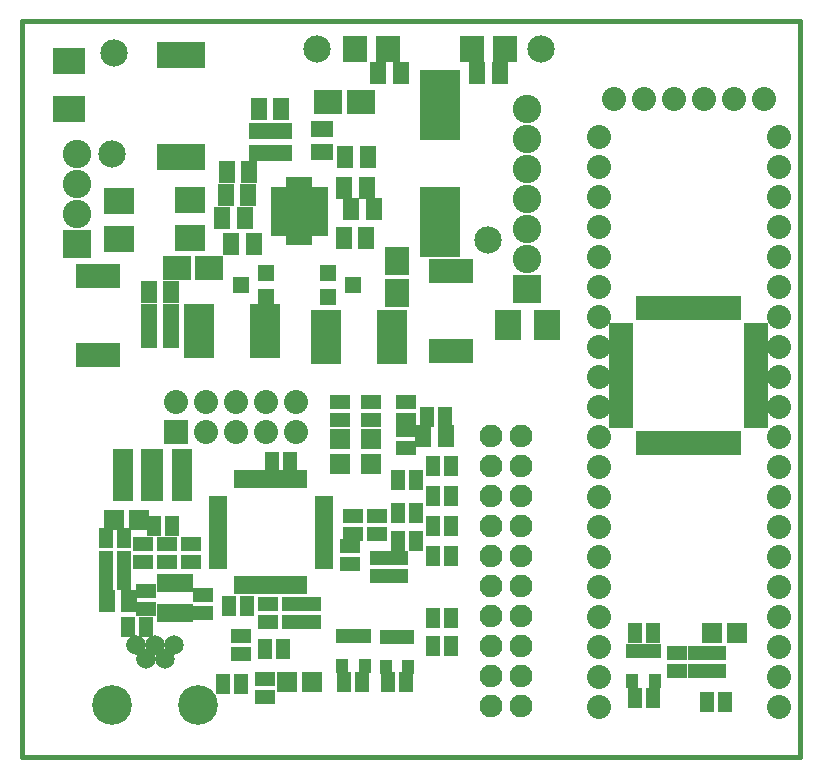
<source format=gts>
G04 (created by PCBNEW-RS274X (2010-03-14)-final) date lun 07 nov 2011 20:25:05 ART*
G01*
G70*
G90*
%MOIN*%
G04 Gerber Fmt 3.4, Leading zero omitted, Abs format*
%FSLAX34Y34*%
G04 APERTURE LIST*
%ADD10C,0.000100*%
%ADD11C,0.015000*%
%ADD12R,0.080000X0.036000*%
%ADD13R,0.036000X0.080000*%
%ADD14R,0.040000X0.050000*%
%ADD15R,0.045000X0.065000*%
%ADD16R,0.065000X0.045000*%
%ADD17R,0.067200X0.067200*%
%ADD18O,0.080000X0.080000*%
%ADD19C,0.065300*%
%ADD20C,0.132200*%
%ADD21R,0.027800X0.059300*%
%ADD22R,0.059300X0.027800*%
%ADD23C,0.076000*%
%ADD24R,0.080000X0.080000*%
%ADD25C,0.080000*%
%ADD26R,0.055000X0.075000*%
%ADD27R,0.047600X0.059400*%
%ADD28R,0.067200X0.177400*%
%ADD29R,0.075100X0.177400*%
%ADD30R,0.105000X0.090000*%
%ADD31R,0.146000X0.080000*%
%ADD32R,0.082900X0.090900*%
%ADD33R,0.096700X0.079000*%
%ADD34R,0.079000X0.096700*%
%ADD35R,0.104600X0.090800*%
%ADD36R,0.090800X0.104600*%
%ADD37R,0.095000X0.095000*%
%ADD38C,0.095000*%
%ADD39R,0.161700X0.090800*%
%ADD40R,0.134100X0.232500*%
%ADD41R,0.050700X0.035700*%
%ADD42R,0.052300X0.072000*%
%ADD43R,0.053500X0.031000*%
%ADD44R,0.031000X0.053500*%
%ADD45R,0.029100X0.048500*%
%ADD46C,0.090900*%
%ADD47R,0.075000X0.055000*%
%ADD48R,0.100000X0.180000*%
%ADD49R,0.056000X0.056000*%
G04 APERTURE END LIST*
G54D10*
G54D11*
X33250Y-11250D02*
X33250Y-11450D01*
X59200Y-11250D02*
X33250Y-11250D01*
X59200Y-11800D02*
X59200Y-11250D01*
X59200Y-35800D02*
X59200Y-11800D01*
X33250Y-35800D02*
X59200Y-35800D01*
X33250Y-11350D02*
X33250Y-35800D01*
G54D12*
X57725Y-23075D03*
X57725Y-22760D03*
X57725Y-22445D03*
X57725Y-22130D03*
X57725Y-21815D03*
X57725Y-21500D03*
X57725Y-23390D03*
X57725Y-23705D03*
X57725Y-24020D03*
X57725Y-24335D03*
X57725Y-24650D03*
X53225Y-23075D03*
X53225Y-22760D03*
X53225Y-22445D03*
X53225Y-22130D03*
X53225Y-21815D03*
X53225Y-21500D03*
X53225Y-23390D03*
X53225Y-23705D03*
X53225Y-24020D03*
X53225Y-24335D03*
X53225Y-24650D03*
G54D13*
X55475Y-20825D03*
X55475Y-25325D03*
X55160Y-20825D03*
X55160Y-25325D03*
X54845Y-25325D03*
X54845Y-20825D03*
X54530Y-20825D03*
X54530Y-25325D03*
X54215Y-25325D03*
X54215Y-20825D03*
X53900Y-20825D03*
X53900Y-25325D03*
X55790Y-25325D03*
X55790Y-20825D03*
X56105Y-20825D03*
X56105Y-25325D03*
X56420Y-25325D03*
X56420Y-20825D03*
X56735Y-20825D03*
X56735Y-25325D03*
X57050Y-25325D03*
X57050Y-20825D03*
G54D14*
X54350Y-32275D03*
X53600Y-32275D03*
X54350Y-33275D03*
X53975Y-32275D03*
X53600Y-33275D03*
G54D15*
X54275Y-31675D03*
X53675Y-31675D03*
X54275Y-33825D03*
X53675Y-33825D03*
G54D16*
X55075Y-32925D03*
X55075Y-32325D03*
X56375Y-32925D03*
X56375Y-32325D03*
X55775Y-32325D03*
X55775Y-32925D03*
G54D15*
X56675Y-33975D03*
X56075Y-33975D03*
G54D17*
X57088Y-31675D03*
X56262Y-31675D03*
G54D18*
X58475Y-34125D03*
X58475Y-33125D03*
X58475Y-32125D03*
X58475Y-31125D03*
X58475Y-30125D03*
X58475Y-29125D03*
X58475Y-28125D03*
X58475Y-27125D03*
X58475Y-26125D03*
X58475Y-25125D03*
X58475Y-24125D03*
X58475Y-23125D03*
X58475Y-22125D03*
X58475Y-21125D03*
X58475Y-20125D03*
X58475Y-19125D03*
X58475Y-18125D03*
X58475Y-17125D03*
X58475Y-16125D03*
X58475Y-15125D03*
X52475Y-34125D03*
X52475Y-33125D03*
X52475Y-32125D03*
X52475Y-31125D03*
X52475Y-30125D03*
X52475Y-29125D03*
X52475Y-28125D03*
X52475Y-27125D03*
X52475Y-26125D03*
X52475Y-25125D03*
X52475Y-24125D03*
X52475Y-23125D03*
X52475Y-22125D03*
X52475Y-21125D03*
X52475Y-20125D03*
X52475Y-19125D03*
X52475Y-18125D03*
X52475Y-17125D03*
X52475Y-16125D03*
X52475Y-15125D03*
X52975Y-13875D03*
X53975Y-13875D03*
X54975Y-13875D03*
X55975Y-13875D03*
X56975Y-13875D03*
X57975Y-13875D03*
G54D19*
X37700Y-32043D03*
X37386Y-32515D03*
X38329Y-32043D03*
X38014Y-32515D03*
G54D20*
X39137Y-34050D03*
X36263Y-34050D03*
G54D19*
X37071Y-32043D03*
G54D21*
X40468Y-30071D03*
X40665Y-30071D03*
X40862Y-30071D03*
X41058Y-30071D03*
X41255Y-30071D03*
X41452Y-30071D03*
X41648Y-30071D03*
X41845Y-30071D03*
X42042Y-30071D03*
X42238Y-30071D03*
X42435Y-30071D03*
X42632Y-30071D03*
G54D22*
X43321Y-29382D03*
X43321Y-29185D03*
X43321Y-28988D03*
X43321Y-28792D03*
X43321Y-28595D03*
X43321Y-28398D03*
X43321Y-28202D03*
X43321Y-28005D03*
X43321Y-27808D03*
X43321Y-27612D03*
X43321Y-27415D03*
X43321Y-27218D03*
G54D21*
X42632Y-26529D03*
X42435Y-26529D03*
X42238Y-26529D03*
X42042Y-26529D03*
X41845Y-26529D03*
X41648Y-26529D03*
X41452Y-26529D03*
X41255Y-26529D03*
X41058Y-26529D03*
X40862Y-26529D03*
X40665Y-26529D03*
X40468Y-26529D03*
G54D22*
X39779Y-27218D03*
X39779Y-27415D03*
X39779Y-27612D03*
X39779Y-27808D03*
X39779Y-28005D03*
X39779Y-28202D03*
X39779Y-28398D03*
X39779Y-28595D03*
X39779Y-28792D03*
X39779Y-28988D03*
X39779Y-29185D03*
X39779Y-29382D03*
G54D17*
X42087Y-33300D03*
X42913Y-33300D03*
X44900Y-25187D03*
X44900Y-26013D03*
X43850Y-25187D03*
X43850Y-26013D03*
X36337Y-27900D03*
X37163Y-27900D03*
G54D23*
X48900Y-25100D03*
X49900Y-25100D03*
X48900Y-26100D03*
X49900Y-26100D03*
X48900Y-27100D03*
X49900Y-27100D03*
X48900Y-28100D03*
X49900Y-28100D03*
X48900Y-29100D03*
X49900Y-29100D03*
X48900Y-30100D03*
X49900Y-30100D03*
X48900Y-31100D03*
X49900Y-31100D03*
X48900Y-32100D03*
X49900Y-32100D03*
X48900Y-33100D03*
X49900Y-33100D03*
X48900Y-34100D03*
X49900Y-34100D03*
G54D24*
X38400Y-24950D03*
G54D25*
X38400Y-23950D03*
X39400Y-24950D03*
X39400Y-23950D03*
X40400Y-24950D03*
X40400Y-23950D03*
X41400Y-24950D03*
X41400Y-23950D03*
X42400Y-24950D03*
X42400Y-23950D03*
G54D15*
X46400Y-28600D03*
X45800Y-28600D03*
X46400Y-27650D03*
X45800Y-27650D03*
X46400Y-26550D03*
X45800Y-26550D03*
G54D16*
X45200Y-29150D03*
X45200Y-29750D03*
X42250Y-30700D03*
X42250Y-31300D03*
X45800Y-29750D03*
X45800Y-29150D03*
X45100Y-28350D03*
X45100Y-27750D03*
X44200Y-28750D03*
X44200Y-29350D03*
X44300Y-28350D03*
X44300Y-27750D03*
G54D15*
X38250Y-28100D03*
X37650Y-28100D03*
G54D16*
X40550Y-31750D03*
X40550Y-32350D03*
G54D15*
X41950Y-32200D03*
X41350Y-32200D03*
X40550Y-33350D03*
X39950Y-33350D03*
G54D16*
X43850Y-23950D03*
X43850Y-24550D03*
X44900Y-23950D03*
X44900Y-24550D03*
X41350Y-33800D03*
X41350Y-33200D03*
G54D15*
X36650Y-28500D03*
X36050Y-28500D03*
G54D16*
X39300Y-31000D03*
X39300Y-30400D03*
G54D15*
X40750Y-30750D03*
X40150Y-30750D03*
X45450Y-33300D03*
X46050Y-33300D03*
X44600Y-33300D03*
X44000Y-33300D03*
X47550Y-26100D03*
X46950Y-26100D03*
X47550Y-27100D03*
X46950Y-27100D03*
X47550Y-28100D03*
X46950Y-28100D03*
X47550Y-29100D03*
X46950Y-29100D03*
X47550Y-31150D03*
X46950Y-31150D03*
X47550Y-32100D03*
X46950Y-32100D03*
G54D16*
X42900Y-30700D03*
X42900Y-31300D03*
G54D15*
X41600Y-25950D03*
X42200Y-25950D03*
G54D16*
X38900Y-28700D03*
X38900Y-29300D03*
X37300Y-28700D03*
X37300Y-29300D03*
X41450Y-30700D03*
X41450Y-31300D03*
X38100Y-28700D03*
X38100Y-29300D03*
X37400Y-30250D03*
X37400Y-30850D03*
G54D15*
X36050Y-29250D03*
X36650Y-29250D03*
G54D16*
X46050Y-23950D03*
X46050Y-24550D03*
G54D15*
X36050Y-29900D03*
X36650Y-29900D03*
G54D16*
X46050Y-25500D03*
X46050Y-24900D03*
G54D15*
X36800Y-31450D03*
X37400Y-31450D03*
X47350Y-24450D03*
X46750Y-24450D03*
G54D26*
X36075Y-30600D03*
X36825Y-30600D03*
X47375Y-25100D03*
X46625Y-25100D03*
G54D14*
X44675Y-31750D03*
X43925Y-31750D03*
X44675Y-32750D03*
X44300Y-31750D03*
X43925Y-32750D03*
X46125Y-31800D03*
X45375Y-31800D03*
X46125Y-32800D03*
X45750Y-31800D03*
X45375Y-32800D03*
G54D27*
X37975Y-30000D03*
X38350Y-30000D03*
X38725Y-30000D03*
X38725Y-31000D03*
X38350Y-31000D03*
X37975Y-31000D03*
G54D28*
X38584Y-26400D03*
G54D29*
X37600Y-26400D03*
G54D28*
X36616Y-26400D03*
G54D30*
X34830Y-12600D03*
X34830Y-14200D03*
G54D31*
X47550Y-22250D03*
X47550Y-19593D03*
X35800Y-19750D03*
X35800Y-22407D03*
G54D32*
X49359Y-12200D03*
X48241Y-12200D03*
X45459Y-12200D03*
X44341Y-12200D03*
G54D33*
X44541Y-13950D03*
X43459Y-13950D03*
G54D34*
X45750Y-20341D03*
X45750Y-19259D03*
G54D33*
X39491Y-19500D03*
X38409Y-19500D03*
G54D35*
X36500Y-18539D03*
X36500Y-17261D03*
G54D36*
X50739Y-21400D03*
X49461Y-21400D03*
G54D35*
X38850Y-17211D03*
X38850Y-18489D03*
G54D37*
X50100Y-20200D03*
G54D38*
X50100Y-19200D03*
X50100Y-18200D03*
X50100Y-17200D03*
X50100Y-16200D03*
X50100Y-15200D03*
X50100Y-14200D03*
G54D37*
X35100Y-18700D03*
G54D38*
X35100Y-17700D03*
X35100Y-16700D03*
X35100Y-15700D03*
G54D39*
X38550Y-15800D03*
X38550Y-12400D03*
G54D40*
X47200Y-14052D03*
X47200Y-17948D03*
G54D41*
X42500Y-18280D03*
G54D42*
X42300Y-17900D03*
X42700Y-17900D03*
X42700Y-17300D03*
G54D43*
X43179Y-17698D03*
X43179Y-17502D03*
X43179Y-17305D03*
X43179Y-17108D03*
X43179Y-16911D03*
X43179Y-18289D03*
X43179Y-18092D03*
X43179Y-17895D03*
X41821Y-17895D03*
X41821Y-18092D03*
X41821Y-18289D03*
X41821Y-16911D03*
X41821Y-17108D03*
X41821Y-17305D03*
X41821Y-17502D03*
X41821Y-17698D03*
G54D44*
X42796Y-16726D03*
X42796Y-18474D03*
X42204Y-18474D03*
G54D45*
X42392Y-16700D03*
G54D41*
X42500Y-16921D03*
G54D45*
X42608Y-16700D03*
X42608Y-18500D03*
G54D44*
X42204Y-16726D03*
G54D45*
X42392Y-18500D03*
G54D42*
X42300Y-17300D03*
G54D46*
X48800Y-18550D03*
X50550Y-12200D03*
X36250Y-15700D03*
G54D26*
X45125Y-13000D03*
X45875Y-13000D03*
X38225Y-21050D03*
X37475Y-21050D03*
X37475Y-20300D03*
X38225Y-20300D03*
X41900Y-14200D03*
X41150Y-14200D03*
X48425Y-13000D03*
X49175Y-13000D03*
G54D47*
X41200Y-15675D03*
X41200Y-14925D03*
X41900Y-14925D03*
X41900Y-15675D03*
G54D26*
X40825Y-16300D03*
X40075Y-16300D03*
X40800Y-17075D03*
X40050Y-17075D03*
X44000Y-16825D03*
X44750Y-16825D03*
X37475Y-21800D03*
X38225Y-21800D03*
X44025Y-15800D03*
X44775Y-15800D03*
X40675Y-17825D03*
X39925Y-17825D03*
X44225Y-17525D03*
X44975Y-17525D03*
X43975Y-18500D03*
X44725Y-18500D03*
X40975Y-18700D03*
X40225Y-18700D03*
G54D47*
X43250Y-15625D03*
X43250Y-14875D03*
G54D48*
X39150Y-21600D03*
X41350Y-21600D03*
X45600Y-21800D03*
X43400Y-21800D03*
G54D46*
X43100Y-12200D03*
G54D49*
X41400Y-19650D03*
X41400Y-20450D03*
X40550Y-20050D03*
X43450Y-20450D03*
X43450Y-19650D03*
X44300Y-20050D03*
G54D46*
X36325Y-12325D03*
M02*

</source>
